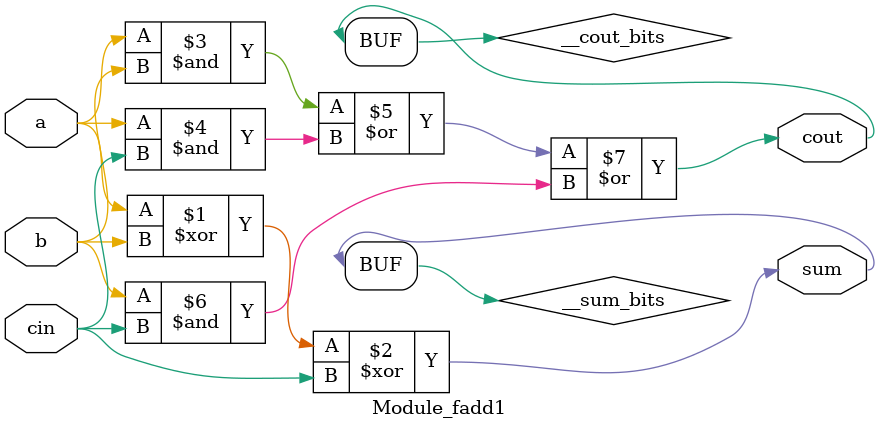
<source format=sv>
module Module_fadd1(
  input  wire a,
              b,
              cin,
  output wire sum,
              cout
);

  // Variables for output ports
  logic __sum_bits;
  logic __cout_bits;

  assign __sum_bits = a ^ b ^ cin;
  assign __cout_bits = a & b | a & cin | b & cin;

  assign sum = __sum_bits;
  assign cout = __cout_bits;
endmodule

</source>
